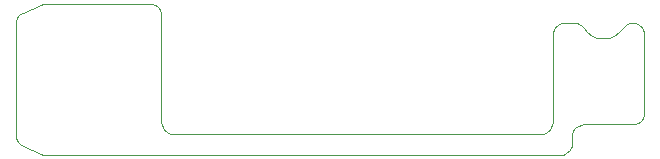
<source format=gbr>
G04 Layer_Color=0*
%FSLAX43Y43*%
%MOMM*%
%TF.FileFunction,Profile,NP*%
%TF.Part,Single*%
G01*
G75*
%TA.AperFunction,Profile*%
%ADD16C,0.025*%
D16*
X35850Y-6590D02*
X36070Y-6565D01*
X36280Y-6492D01*
X36467Y-6374D01*
X36624Y-6217D01*
X36742Y-6030D01*
X36815Y-5820D01*
X36840Y-5600D01*
Y-5000D01*
X36865Y-4775D01*
X36940Y-4562D01*
X37060Y-4370D01*
X37220Y-4210D01*
X37412Y-4090D01*
X37625Y-4015D01*
X37850Y-3990D01*
X42000D01*
X42220Y-3965D01*
X42430Y-3892D01*
X42617Y-3774D01*
X42774Y-3617D01*
X42892Y-3430D01*
X42965Y-3220D01*
X42990Y-3000D01*
Y3600D01*
X42965Y3820D01*
X42892Y4030D01*
X42774Y4217D01*
X42617Y4374D01*
X42430Y4492D01*
X42220Y4565D01*
X42000Y4590D01*
X41962D01*
X41725Y4561D01*
X41501Y4476D01*
X41304Y4340D01*
X41146Y4161D01*
X40825Y3797D01*
X40426Y3521D01*
X39972Y3349D01*
X39490Y3290D01*
X39008Y3349D01*
X38554Y3521D01*
X38155Y3797D01*
X37834Y4161D01*
X37676Y4340D01*
X37479Y4476D01*
X37255Y4561D01*
X37018Y4590D01*
X36200D01*
X35980Y4565D01*
X35770Y4492D01*
X35583Y4374D01*
X35426Y4217D01*
X35308Y4030D01*
X35235Y3820D01*
X35210Y3600D01*
Y-3800D01*
X35185Y-4025D01*
X35110Y-4238D01*
X34990Y-4430D01*
X34830Y-4590D01*
X34638Y-4710D01*
X34425Y-4785D01*
X34200Y-4810D01*
X3100D01*
X2875Y-4785D01*
X2662Y-4710D01*
X2470Y-4590D01*
X2310Y-4430D01*
X2190Y-4238D01*
X2115Y-4025D01*
X2090Y-3800D01*
Y5250D01*
X2065Y5470D01*
X1992Y5680D01*
X1874Y5867D01*
X1717Y6024D01*
X1530Y6142D01*
X1320Y6215D01*
X1100Y6240D01*
X-7718D01*
X-7933Y6217D01*
X-8137Y6147D01*
X-9658Y5438D01*
X-9850Y5321D01*
X-10009Y5163D01*
X-10130Y4974D01*
X-10205Y4763D01*
X-10230Y4540D01*
Y-4890D01*
X-10205Y-5113D01*
X-10130Y-5324D01*
X-10009Y-5513D01*
X-9850Y-5671D01*
X-9658Y-5788D01*
X-8137Y-6497D01*
X-7933Y-6567D01*
X-7718Y-6590D01*
X35850Y-6590D01*
%TF.MD5,9917cd085aed2fada678e702aa3d38e1*%
M02*

</source>
